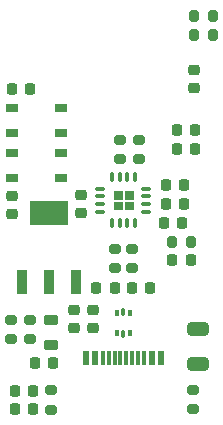
<source format=gbr>
%TF.GenerationSoftware,KiCad,Pcbnew,8.0.7*%
%TF.CreationDate,2024-12-24T16:41:46+01:00*%
%TF.ProjectId,USB2UART_PROG,55534232-5541-4525-945f-50524f472e6b,rev?*%
%TF.SameCoordinates,Original*%
%TF.FileFunction,Paste,Top*%
%TF.FilePolarity,Positive*%
%FSLAX46Y46*%
G04 Gerber Fmt 4.6, Leading zero omitted, Abs format (unit mm)*
G04 Created by KiCad (PCBNEW 8.0.7) date 2024-12-24 16:41:46*
%MOMM*%
%LPD*%
G01*
G04 APERTURE LIST*
G04 Aperture macros list*
%AMRoundRect*
0 Rectangle with rounded corners*
0 $1 Rounding radius*
0 $2 $3 $4 $5 $6 $7 $8 $9 X,Y pos of 4 corners*
0 Add a 4 corners polygon primitive as box body*
4,1,4,$2,$3,$4,$5,$6,$7,$8,$9,$2,$3,0*
0 Add four circle primitives for the rounded corners*
1,1,$1+$1,$2,$3*
1,1,$1+$1,$4,$5*
1,1,$1+$1,$6,$7*
1,1,$1+$1,$8,$9*
0 Add four rect primitives between the rounded corners*
20,1,$1+$1,$2,$3,$4,$5,0*
20,1,$1+$1,$4,$5,$6,$7,0*
20,1,$1+$1,$6,$7,$8,$9,0*
20,1,$1+$1,$8,$9,$2,$3,0*%
G04 Aperture macros list end*
%ADD10C,0.010000*%
%ADD11RoundRect,0.225000X0.250000X-0.225000X0.250000X0.225000X-0.250000X0.225000X-0.250000X-0.225000X0*%
%ADD12RoundRect,0.225000X0.225000X0.250000X-0.225000X0.250000X-0.225000X-0.250000X0.225000X-0.250000X0*%
%ADD13RoundRect,0.218750X0.218750X0.256250X-0.218750X0.256250X-0.218750X-0.256250X0.218750X-0.256250X0*%
%ADD14RoundRect,0.250000X0.650000X-0.325000X0.650000X0.325000X-0.650000X0.325000X-0.650000X-0.325000X0*%
%ADD15RoundRect,0.225000X-0.250000X0.225000X-0.250000X-0.225000X0.250000X-0.225000X0.250000X0.225000X0*%
%ADD16RoundRect,0.093750X0.093750X-0.156250X0.093750X0.156250X-0.093750X0.156250X-0.093750X-0.156250X0*%
%ADD17RoundRect,0.075000X0.075000X-0.250000X0.075000X0.250000X-0.075000X0.250000X-0.075000X-0.250000X0*%
%ADD18RoundRect,0.218750X0.381250X-0.218750X0.381250X0.218750X-0.381250X0.218750X-0.381250X-0.218750X0*%
%ADD19RoundRect,0.200000X-0.200000X-0.275000X0.200000X-0.275000X0.200000X0.275000X-0.200000X0.275000X0*%
%ADD20RoundRect,0.200000X0.275000X-0.200000X0.275000X0.200000X-0.275000X0.200000X-0.275000X-0.200000X0*%
%ADD21RoundRect,0.200000X-0.275000X0.200000X-0.275000X-0.200000X0.275000X-0.200000X0.275000X0.200000X0*%
%ADD22RoundRect,0.225000X-0.225000X-0.250000X0.225000X-0.250000X0.225000X0.250000X-0.225000X0.250000X0*%
%ADD23RoundRect,0.218750X-0.218750X-0.256250X0.218750X-0.256250X0.218750X0.256250X-0.218750X0.256250X0*%
%ADD24R,0.600000X1.150000*%
%ADD25R,0.300000X1.150000*%
%ADD26R,0.950000X2.150000*%
%ADD27R,3.250000X2.150000*%
%ADD28RoundRect,0.080000X-0.325000X-0.080000X0.325000X-0.080000X0.325000X0.080000X-0.325000X0.080000X0*%
%ADD29RoundRect,0.080000X-0.080000X-0.325000X0.080000X-0.325000X0.080000X0.325000X-0.080000X0.325000X0*%
%ADD30R,1.050000X0.650000*%
G04 APERTURE END LIST*
D10*
%TO.C,U1*%
X138370000Y-80257500D02*
X137710000Y-80257500D01*
X137710000Y-79597500D01*
X138370000Y-79597500D01*
X138370000Y-80257500D01*
G36*
X138370000Y-80257500D02*
G01*
X137710000Y-80257500D01*
X137710000Y-79597500D01*
X138370000Y-79597500D01*
X138370000Y-80257500D01*
G37*
X138370000Y-81177500D02*
X137710000Y-81177500D01*
X137710000Y-80517500D01*
X138370000Y-80517500D01*
X138370000Y-81177500D01*
G36*
X138370000Y-81177500D02*
G01*
X137710000Y-81177500D01*
X137710000Y-80517500D01*
X138370000Y-80517500D01*
X138370000Y-81177500D01*
G37*
X139290000Y-80257500D02*
X138630000Y-80257500D01*
X138630000Y-79597500D01*
X139290000Y-79597500D01*
X139290000Y-80257500D01*
G36*
X139290000Y-80257500D02*
G01*
X138630000Y-80257500D01*
X138630000Y-79597500D01*
X139290000Y-79597500D01*
X139290000Y-80257500D01*
G37*
X139290000Y-81177500D02*
X138630000Y-81177500D01*
X138630000Y-80517500D01*
X139290000Y-80517500D01*
X139290000Y-81177500D01*
G36*
X139290000Y-81177500D02*
G01*
X138630000Y-81177500D01*
X138630000Y-80517500D01*
X139290000Y-80517500D01*
X139290000Y-81177500D01*
G37*
%TD*%
D11*
%TO.C,C11*%
X134924800Y-81483200D03*
X134924800Y-79933200D03*
%TD*%
D12*
%TO.C,C5*%
X132575000Y-94200000D03*
X131025000Y-94200000D03*
%TD*%
D13*
%TO.C,D4*%
X144602300Y-74422000D03*
X143027300Y-74422000D03*
%TD*%
D14*
%TO.C,C1*%
X144800000Y-94275000D03*
X144800000Y-91325000D03*
%TD*%
D15*
%TO.C,C12*%
X129082800Y-80047800D03*
X129082800Y-81597800D03*
%TD*%
D16*
%TO.C,U2*%
X137962500Y-91650000D03*
D17*
X138500000Y-91725000D03*
D16*
X139037500Y-91650000D03*
X139037500Y-89950000D03*
D17*
X138500000Y-89875000D03*
D16*
X137962500Y-89950000D03*
%TD*%
D18*
%TO.C,FB1*%
X132400000Y-92662500D03*
X132400000Y-90537500D03*
%TD*%
D19*
%TO.C,R11*%
X142583400Y-83972400D03*
X144233400Y-83972400D03*
%TD*%
D13*
%TO.C,D2*%
X144602300Y-76098400D03*
X143027300Y-76098400D03*
%TD*%
D15*
%TO.C,C9*%
X135915200Y-89649000D03*
X135915200Y-91199000D03*
%TD*%
D20*
%TO.C,R10*%
X138226800Y-76923400D03*
X138226800Y-75273400D03*
%TD*%
D12*
%TO.C,C6*%
X137775000Y-87837500D03*
X136225000Y-87837500D03*
%TD*%
D19*
%TO.C,R8*%
X144463000Y-64770000D03*
X146113000Y-64770000D03*
%TD*%
D13*
%TO.C,D1*%
X130886300Y-96520000D03*
X129311300Y-96520000D03*
%TD*%
D21*
%TO.C,R5*%
X130556000Y-90501200D03*
X130556000Y-92151200D03*
%TD*%
D22*
%TO.C,C4*%
X142100000Y-79100000D03*
X143650000Y-79100000D03*
%TD*%
D23*
%TO.C,D5*%
X142633100Y-85496400D03*
X144208100Y-85496400D03*
%TD*%
D15*
%TO.C,C10*%
X134315200Y-89649000D03*
X134315200Y-91199000D03*
%TD*%
D24*
%TO.C,J1*%
X135300000Y-93745000D03*
X136100000Y-93745000D03*
D25*
X137250000Y-93745000D03*
X138250000Y-93745000D03*
X138750000Y-93745000D03*
X139750000Y-93745000D03*
D24*
X141700000Y-93745000D03*
X140900000Y-93745000D03*
D25*
X140250000Y-93745000D03*
X139250000Y-93745000D03*
X137750000Y-93745000D03*
X136750000Y-93745000D03*
%TD*%
D13*
%TO.C,D3*%
X130886300Y-98094800D03*
X129311300Y-98094800D03*
%TD*%
D22*
%TO.C,C3*%
X141950000Y-82300000D03*
X143500000Y-82300000D03*
%TD*%
D15*
%TO.C,C8*%
X144475200Y-69366800D03*
X144475200Y-70916800D03*
%TD*%
D22*
%TO.C,C2*%
X142125000Y-80700000D03*
X143675000Y-80700000D03*
%TD*%
D26*
%TO.C,U3*%
X129900000Y-87300000D03*
X132200000Y-87300000D03*
X134500000Y-87300000D03*
D27*
X132200000Y-81500000D03*
%TD*%
D28*
%TO.C,U1*%
X136550000Y-79412500D03*
X136550000Y-80062500D03*
X136550000Y-80712500D03*
X136550000Y-81362500D03*
D29*
X137525000Y-82337500D03*
X138175000Y-82337500D03*
X138825000Y-82337500D03*
X139475000Y-82337500D03*
D28*
X140450000Y-81362500D03*
X140450000Y-80712500D03*
X140450000Y-80062500D03*
X140450000Y-79412500D03*
D29*
X139475000Y-78437500D03*
X138825000Y-78437500D03*
X138175000Y-78437500D03*
X137525000Y-78437500D03*
%TD*%
D19*
%TO.C,R7*%
X144463000Y-66421000D03*
X146113000Y-66421000D03*
%TD*%
D20*
%TO.C,R6*%
X139801600Y-76911200D03*
X139801600Y-75261200D03*
%TD*%
D30*
%TO.C,SW2*%
X133240600Y-78545000D03*
X129090600Y-78545000D03*
X133240600Y-76395000D03*
X129090600Y-76395000D03*
%TD*%
%TO.C,SW1*%
X129074500Y-72585000D03*
X133224500Y-72585000D03*
X129074500Y-74735000D03*
X133224500Y-74735000D03*
%TD*%
D22*
%TO.C,C7*%
X139225000Y-87837500D03*
X140775000Y-87837500D03*
%TD*%
D21*
%TO.C,R1*%
X144400000Y-96450000D03*
X144400000Y-98100000D03*
%TD*%
D20*
%TO.C,R3*%
X137750000Y-86162500D03*
X137750000Y-84512500D03*
%TD*%
D22*
%TO.C,C13*%
X129056800Y-70967600D03*
X130606800Y-70967600D03*
%TD*%
D20*
%TO.C,R4*%
X139250000Y-86162500D03*
X139250000Y-84512500D03*
%TD*%
D21*
%TO.C,R9*%
X128981200Y-90513400D03*
X128981200Y-92163400D03*
%TD*%
%TO.C,R2*%
X132400000Y-96475000D03*
X132400000Y-98125000D03*
%TD*%
M02*

</source>
